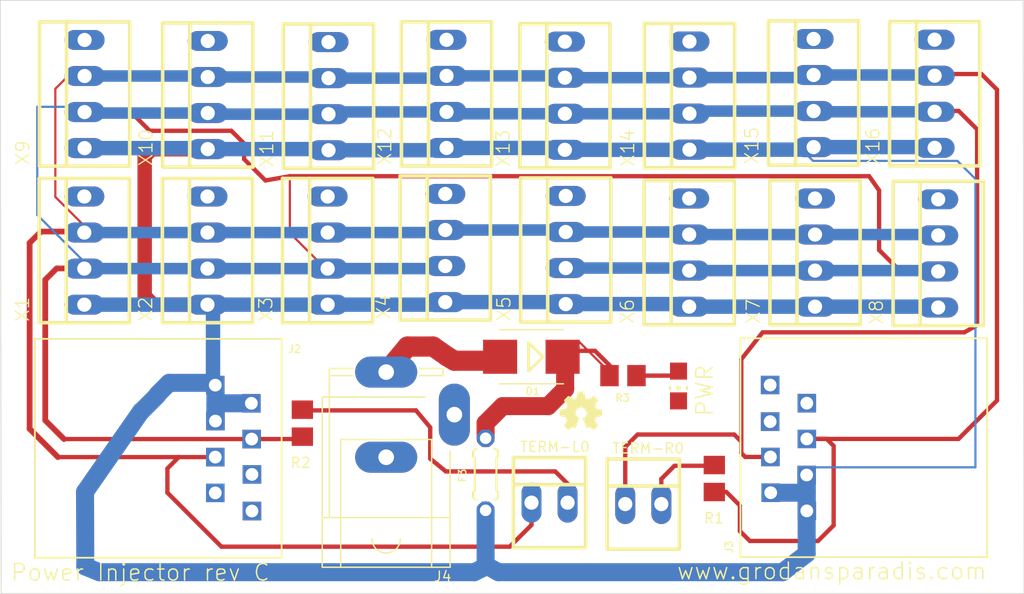
<source format=kicad_pcb>
(kicad_pcb (version 20241229) (generator "pcbnew") (generator_version "9.0")
  (layers (0 "F.Cu" signal) (2 "B.Cu" signal) (13 "F.Paste" user) (15 "B.Paste" user) (5 "F.SilkS" user "F.Silkscreen") (7 "B.SilkS" user "B.Silkscreen") (1 "F.Mask" user) (3 "B.Mask" user) (25 "Edge.Cuts" user))
  (net 0 "")
  (net 1 "+12V")
  (net 2 "GND")
  (net 3 "N$2")
  (net 4 "POWER")
  (net 5 "N$8")
  (net 6 "CANH")
  (net 7 "CANL")
  (net 8 "N$11")
  (net 9 "N$3")
  (footprint "power_injector_rev_c:R0805" (layer "F.Cu") (at 156.3011 110.5486 180)
    (property "Reference" "R3" (at -0.535 -1.27 0) (layer "F.SilkS") (effects (font (size 0.516128 0.516128) (thickness 0.093472)) (justify right top)))
    (property "Value" "4k7" (hide yes))
    (pad "1" smd rect (at -0.95 0 180) (size 1.3 1.5) (layers "F.Cu" "F.Mask" "F.Paste") (net 3 "N$2"))
    (pad "2" smd rect (at 0.95 0 180) (size 1.3 1.5) (layers "F.Cu" "F.Mask" "F.Paste") (net 1 "+12V"))
  )
  (footprint "power_injector_rev_c:OSHW_FILLX100_NOTEXT" (layer "F.Cu") (at 151.9311 114.2986)
    (property "Reference" "U$1" (hide yes))
    (property "Value" "" (hide yes))
  )
  (footprint "power_injector_rev_c:22-23-2021" (layer "F.Cu") (at 151.1311 119.4986)
    (property "Reference" "TERM-L0" (at -2.14 -3.51 0) (layer "F.SilkS") (effects (font (size 0.72136 0.72136) (thickness 0.09144)) (justify left bottom)))
    (property "Value" "22-23-2021" (hide yes))
    (pad "1" thru_hole oval (at -1.27 0 90) (size 2.8128 1.4064) (drill 1) (layers "*.Cu" "*.Mask") (net 7 "CANL"))
    (pad "2" thru_hole oval (at 1.27 0 90) (size 2.8128 1.4064) (drill 1) (layers "*.Cu" "*.Mask") (net 8 "N$11"))
  )
  (footprint "power_injector_rev_c:22-23-2041" (layer "F.Cu") (at 178.2411 90.6886 90)
    (property "Reference" "X16" (at -5.08 -3.81 90) (layer "F.SilkS") (effects (font (size 0.92456 0.92456) (thickness 0.09144)) (justify left bottom)))
    (property "Value" "22-23-2041" (hide yes))
    (pad "1" thru_hole oval (at -3.81 0 180) (size 2.8128 1.4064) (drill 1) (layers "*.Cu" "*.Mask") (net 4 "POWER"))
    (pad "2" thru_hole oval (at -1.27 0 180) (size 2.8128 1.4064) (drill 1) (layers "*.Cu" "*.Mask") (net 6 "CANH"))
    (pad "3" thru_hole oval (at 1.27 0 180) (size 2.8128 1.4064) (drill 1) (layers "*.Cu" "*.Mask") (net 7 "CANL"))
    (pad "4" thru_hole oval (at 3.81 0 180) (size 2.8128 1.4064) (drill 1) (layers "*.Cu" "*.Mask") (net 2 "GND"))
  )
  (footprint "power_injector_rev_c:22-23-2041" (layer "F.Cu") (at 178.4911 101.9386 90)
    (property "Reference" "X8" (at -5.08 -3.81 90) (layer "F.SilkS") (effects (font (size 0.92456 0.92456) (thickness 0.09144)) (justify left bottom)))
    (property "Value" "22-23-2041" (hide yes))
    (pad "1" thru_hole oval (at -3.81 0 180) (size 2.8128 1.4064) (drill 1) (layers "*.Cu" "*.Mask") (net 4 "POWER"))
    (pad "2" thru_hole oval (at -1.27 0 180) (size 2.8128 1.4064) (drill 1) (layers "*.Cu" "*.Mask") (net 6 "CANH"))
    (pad "3" thru_hole oval (at 1.27 0 180) (size 2.8128 1.4064) (drill 1) (layers "*.Cu" "*.Mask") (net 7 "CANL"))
    (pad "4" thru_hole oval (at 3.81 0 180) (size 2.8128 1.4064) (drill 1) (layers "*.Cu" "*.Mask") (net 2 "GND"))
  )
  (footprint "power_injector_rev_c:22-23-2041" (layer "F.Cu") (at 169.7211 90.6386 90)
    (property "Reference" "X15" (at -5.08 -3.81 90) (layer "F.SilkS") (effects (font (size 0.92456 0.92456) (thickness 0.09144)) (justify left bottom)))
    (property "Value" "22-23-2041" (hide yes))
    (pad "1" thru_hole oval (at -3.81 0 180) (size 2.8128 1.4064) (drill 1) (layers "*.Cu" "*.Mask") (net 4 "POWER"))
    (pad "2" thru_hole oval (at -1.27 0 180) (size 2.8128 1.4064) (drill 1) (layers "*.Cu" "*.Mask") (net 6 "CANH"))
    (pad "3" thru_hole oval (at 1.27 0 180) (size 2.8128 1.4064) (drill 1) (layers "*.Cu" "*.Mask") (net 7 "CANL"))
    (pad "4" thru_hole oval (at 3.81 0 180) (size 2.8128 1.4064) (drill 1) (layers "*.Cu" "*.Mask") (net 2 "GND"))
  )
  (footprint "power_injector_rev_c:R0805" (layer "F.Cu") (at 162.7311 117.7986 90)
    (property "Reference" "R1" (at -2.37 0.735 0) (layer "F.SilkS") (effects (font (size 0.719328 0.719328) (thickness 0.093472)) (justify right top)))
    (property "Value" "120" (hide yes))
    (pad "1" smd rect (at -0.95 0 90) (size 1.3 1.5) (layers "F.Cu" "F.Mask" "F.Paste") (net 7 "CANL"))
    (pad "2" smd rect (at 0.95 0 90) (size 1.3 1.5) (layers "F.Cu" "F.Mask" "F.Paste") (net 9 "N$3"))
  )
  (footprint "power_injector_rev_c:R0805" (layer "F.Cu") (at 133.7311 113.8986 90)
    (property "Reference" "R2" (at -2.37 0.635 0) (layer "F.SilkS") (effects (font (size 0.719328 0.719328) (thickness 0.093472)) (justify right top)))
    (property "Value" "120" (hide yes))
    (pad "1" smd rect (at -0.95 0 90) (size 1.3 1.5) (layers "F.Cu" "F.Mask" "F.Paste") (net 6 "CANH"))
    (pad "2" smd rect (at 0.95 0 90) (size 1.3 1.5) (layers "F.Cu" "F.Mask" "F.Paste") (net 8 "N$11"))
  )
  (footprint "power_injector_rev_c:22-23-2041" (layer "F.Cu") (at 127.0511 101.7386 90)
    (property "Reference" "X2" (at -5.08 -3.81 90) (layer "F.SilkS") (effects (font (size 0.92456 0.92456) (thickness 0.09144)) (justify left bottom)))
    (property "Value" "22-23-2041" (hide yes))
    (pad "1" thru_hole oval (at -3.81 0 180) (size 2.8128 1.4064) (drill 1) (layers "*.Cu" "*.Mask") (net 4 "POWER"))
    (pad "2" thru_hole oval (at -1.27 0 180) (size 2.8128 1.4064) (drill 1) (layers "*.Cu" "*.Mask") (net 6 "CANH"))
    (pad "3" thru_hole oval (at 1.27 0 180) (size 2.8128 1.4064) (drill 1) (layers "*.Cu" "*.Mask") (net 7 "CANL"))
    (pad "4" thru_hole oval (at 3.81 0 180) (size 2.8128 1.4064) (drill 1) (layers "*.Cu" "*.Mask") (net 2 "GND"))
  )
  (footprint "power_injector_rev_c:22-23-2041" (layer "F.Cu") (at 152.2111 90.8286 90)
    (property "Reference" "X13" (at -5.08 -3.81 90) (layer "F.SilkS") (effects (font (size 0.92456 0.92456) (thickness 0.09144)) (justify left bottom)))
    (property "Value" "22-23-2041" (hide yes))
    (pad "1" thru_hole oval (at -3.81 0 180) (size 2.8128 1.4064) (drill 1) (layers "*.Cu" "*.Mask") (net 4 "POWER"))
    (pad "2" thru_hole oval (at -1.27 0 180) (size 2.8128 1.4064) (drill 1) (layers "*.Cu" "*.Mask") (net 6 "CANH"))
    (pad "3" thru_hole oval (at 1.27 0 180) (size 2.8128 1.4064) (drill 1) (layers "*.Cu" "*.Mask") (net 7 "CANL"))
    (pad "4" thru_hole oval (at 3.81 0 180) (size 2.8128 1.4064) (drill 1) (layers "*.Cu" "*.Mask") (net 2 "GND"))
  )
  (footprint "power_injector_rev_c:CHIP-LED0805" (layer "F.Cu") (at 160.2111 111.2786 180)
    (property "Reference" "LED1" (hide yes))
    (property "Value" "")
    (pad "A" smd rect (at 0 1.05 180) (size 1.2 1.2) (layers "F.Cu" "F.Mask" "F.Paste") (net 3 "N$2"))
    (pad "C" smd rect (at 0 -1.05 180) (size 1.2 1.2) (layers "F.Cu" "F.Mask" "F.Paste") (net 2 "GND"))
  )
  (footprint "power_injector_rev_c:22-23-2041" (layer "F.Cu") (at 143.7911 101.5586 90)
    (property "Reference" "X4" (at -5.08 -3.81 90) (layer "F.SilkS") (effects (font (size 0.92456 0.92456) (thickness 0.09144)) (justify left bottom)))
    (property "Value" "22-23-2041" (hide yes))
    (pad "1" thru_hole oval (at -3.81 0 180) (size 2.8128 1.4064) (drill 1) (layers "*.Cu" "*.Mask") (net 4 "POWER"))
    (pad "2" thru_hole oval (at -1.27 0 180) (size 2.8128 1.4064) (drill 1) (layers "*.Cu" "*.Mask") (net 6 "CANH"))
    (pad "3" thru_hole oval (at 1.27 0 180) (size 2.8128 1.4064) (drill 1) (layers "*.Cu" "*.Mask") (net 7 "CANL"))
    (pad "4" thru_hole oval (at 3.81 0 180) (size 2.8128 1.4064) (drill 1) (layers "*.Cu" "*.Mask") (net 2 "GND"))
  )
  (footprint "power_injector_rev_c:22-23-2041" (layer "F.Cu") (at 118.3811 101.7386 90)
    (property "Reference" "X1" (at -5.08 -3.81 90) (layer "F.SilkS") (effects (font (size 0.92456 0.92456) (thickness 0.09144)) (justify left bottom)))
    (property "Value" "22-23-2041" (hide yes))
    (pad "1" thru_hole oval (at -3.81 0 180) (size 2.8128 1.4064) (drill 1) (layers "*.Cu" "*.Mask") (net 4 "POWER"))
    (pad "2" thru_hole oval (at -1.27 0 180) (size 2.8128 1.4064) (drill 1) (layers "*.Cu" "*.Mask") (net 6 "CANH"))
    (pad "3" thru_hole oval (at 1.27 0 180) (size 2.8128 1.4064) (drill 1) (layers "*.Cu" "*.Mask") (net 7 "CANL"))
    (pad "4" thru_hole oval (at 3.81 0 180) (size 2.8128 1.4064) (drill 1) (layers "*.Cu" "*.Mask") (net 2 "GND"))
  )
  (footprint "power_injector_rev_c:SPC4077" (layer "F.Cu") (at 139.6311 113.2986 90)
    (property "Reference" "J4" (at -10.98 4.66 0) (layer "F.SilkS") (effects (font (size 0.719328 0.719328) (thickness 0.093472)) (justify right top)))
    (property "Value" "")
    (pad "1" thru_hole oval (at -3 0 180) (size 4.3688 2.1844) (drill 1.1) (layers "*.Cu" "*.Mask") (net 2 "GND"))
    (pad "2" thru_hole oval (at 0 4.8 90) (size 4.3688 2.1844) (drill 1.1) (layers "*.Cu" "*.Mask") (net 2 "GND"))
    (pad "3" thru_hole oval (at 3 0 180) (size 4.3688 2.1844) (drill 1.1) (layers "*.Cu" "*.Mask") (net 5 "N$8"))
  )
  (footprint "power_injector_rev_c:RJ-45" (layer "F.Cu") (at 175.5911 115.6286 90)
    (property "Reference" "J3" (at -6.49 -12.12 90) (layer "F.SilkS") (effects (font (size 0.516128 0.516128) (thickness 0.093472)) (justify right top)))
    (property "Value" "A00-108-220-450" (hide yes))
    (pad "" np_thru_hole circle (at -5.7 0 90) (size 3.3 3.3) (drill 3.3) (layers "*.Cu" "*.Mask"))
    (pad "" np_thru_hole circle (at 5.7 0 90) (size 3.3 3.3) (drill 3.3) (layers "*.Cu" "*.Mask"))
    (pad "1" thru_hole rect (at -4.45 -6.35 90) (size 1.3064 1.3064) (drill 0.9) (layers "*.Cu" "*.Mask") (net 4 "POWER"))
    (pad "2" thru_hole rect (at -3.17 -8.89 90) (size 1.3064 1.3064) (drill 0.9) (layers "*.Cu" "*.Mask") (net 4 "POWER"))
    (pad "3" thru_hole rect (at -1.92 -6.36 90) (size 1.3064 1.3064) (drill 0.9) (layers "*.Cu" "*.Mask") (net 4 "POWER"))
    (pad "4" thru_hole rect (at -0.65 -8.91 90) (size 1.3064 1.3064) (drill 0.9) (layers "*.Cu" "*.Mask") (net 6 "CANH"))
    (pad "5" thru_hole rect (at 0.62 -6.35 90) (size 1.3064 1.3064) (drill 0.9) (layers "*.Cu" "*.Mask") (net 7 "CANL"))
    (pad "6" thru_hole rect (at 1.84 -8.93 90) (size 1.3064 1.3064) (drill 0.9) (layers "*.Cu" "*.Mask") (net 2 "GND"))
    (pad "7" thru_hole rect (at 3.14 -6.35 90) (size 1.3064 1.3064) (drill 0.9) (layers "*.Cu" "*.Mask") (net 2 "GND"))
    (pad "8" thru_hole rect (at 4.42 -8.93 90) (size 1.3064 1.3064) (drill 0.9) (layers "*.Cu" "*.Mask") (net 2 "GND"))
  )
  (footprint "power_injector_rev_c:22-23-2041" (layer "F.Cu") (at 135.5111 101.7386 90)
    (property "Reference" "X3" (at -5.08 -3.81 90) (layer "F.SilkS") (effects (font (size 0.92456 0.92456) (thickness 0.09144)) (justify left bottom)))
    (property "Value" "22-23-2041" (hide yes))
    (pad "1" thru_hole oval (at -3.81 0 180) (size 2.8128 1.4064) (drill 1) (layers "*.Cu" "*.Mask") (net 4 "POWER"))
    (pad "2" thru_hole oval (at -1.27 0 180) (size 2.8128 1.4064) (drill 1) (layers "*.Cu" "*.Mask") (net 6 "CANH"))
    (pad "3" thru_hole oval (at 1.27 0 180) (size 2.8128 1.4064) (drill 1) (layers "*.Cu" "*.Mask") (net 7 "CANL"))
    (pad "4" thru_hole oval (at 3.81 0 180) (size 2.8128 1.4064) (drill 1) (layers "*.Cu" "*.Mask") (net 2 "GND"))
  )
  (footprint "power_injector_rev_c:0204_5" (layer "F.Cu") (at 146.6311 117.4986 -90)
    (property "Reference" "F3" (at -0.4366 1.9316 90) (layer "F.SilkS") (effects (font (size 0.520446 0.520446) (thickness 0.089154)) (justify right top)))
    (property "Value" "MF-R050" (hide yes))
    (pad "1" thru_hole roundrect (at -2.54 0 270) (size 1.2192 1.2192) (drill 0.8128) (layers "*.Cu" "*.Mask") (chamfer_ratio 0.2928932188) (chamfer top_left top_right bottom_left bottom_right) (net 1 "+12V"))
    (pad "2" thru_hole roundrect (at 2.54 0 270) (size 1.2192 1.2192) (drill 0.8128) (layers "*.Cu" "*.Mask") (chamfer_ratio 0.2928932188) (chamfer top_left top_right bottom_left bottom_right) (net 4 "POWER"))
  )
  (footprint "power_injector_rev_c:22-23-2041" (layer "F.Cu") (at 143.8811 90.6986 90)
    (property "Reference" "X12" (at -5.08 -3.81 90) (layer "F.SilkS") (effects (font (size 0.92456 0.92456) (thickness 0.09144)) (justify left bottom)))
    (property "Value" "22-23-2041" (hide yes))
    (pad "1" thru_hole oval (at -3.81 0 180) (size 2.8128 1.4064) (drill 1) (layers "*.Cu" "*.Mask") (net 4 "POWER"))
    (pad "2" thru_hole oval (at -1.27 0 180) (size 2.8128 1.4064) (drill 1) (layers "*.Cu" "*.Mask") (net 6 "CANH"))
    (pad "3" thru_hole oval (at 1.27 0 180) (size 2.8128 1.4064) (drill 1) (layers "*.Cu" "*.Mask") (net 7 "CANL"))
    (pad "4" thru_hole oval (at 3.81 0 180) (size 2.8128 1.4064) (drill 1) (layers "*.Cu" "*.Mask") (net 2 "GND"))
  )
  (footprint "power_injector_rev_c:22-23-2041" (layer "F.Cu") (at 118.4011 90.7086 90)
    (property "Reference" "X9" (at -5.08 -3.81 90) (layer "F.SilkS") (effects (font (size 0.92456 0.92456) (thickness 0.09144)) (justify left bottom)))
    (property "Value" "22-23-2041" (hide yes))
    (pad "1" thru_hole oval (at -3.81 0 180) (size 2.8128 1.4064) (drill 1) (layers "*.Cu" "*.Mask") (net 4 "POWER"))
    (pad "2" thru_hole oval (at -1.27 0 180) (size 2.8128 1.4064) (drill 1) (layers "*.Cu" "*.Mask") (net 6 "CANH"))
    (pad "3" thru_hole oval (at 1.27 0 180) (size 2.8128 1.4064) (drill 1) (layers "*.Cu" "*.Mask") (net 7 "CANL"))
    (pad "4" thru_hole oval (at 3.81 0 180) (size 2.8128 1.4064) (drill 1) (layers "*.Cu" "*.Mask") (net 2 "GND"))
  )
  (footprint "power_injector_rev_c:22-23-2041" (layer "F.Cu") (at 160.9611 101.8786 90)
    (property "Reference" "X6" (at -5.08 -3.81 90) (layer "F.SilkS") (effects (font (size 0.92456 0.92456) (thickness 0.09144)) (justify left bottom)))
    (property "Value" "22-23-2041" (hide yes))
    (pad "1" thru_hole oval (at -3.81 0 180) (size 2.8128 1.4064) (drill 1) (layers "*.Cu" "*.Mask") (net 4 "POWER"))
    (pad "2" thru_hole oval (at -1.27 0 180) (size 2.8128 1.4064) (drill 1) (layers "*.Cu" "*.Mask") (net 6 "CANH"))
    (pad "3" thru_hole oval (at 1.27 0 180) (size 2.8128 1.4064) (drill 1) (layers "*.Cu" "*.Mask") (net 7 "CANL"))
    (pad "4" thru_hole oval (at 3.81 0 180) (size 2.8128 1.4064) (drill 1) (layers "*.Cu" "*.Mask") (net 2 "GND"))
  )
  (footprint "power_injector_rev_c:22-23-2041" (layer "F.Cu") (at 169.8211 101.8786 90)
    (property "Reference" "X7" (at -5.08 -3.81 90) (layer "F.SilkS") (effects (font (size 0.92456 0.92456) (thickness 0.09144)) (justify left bottom)))
    (property "Value" "22-23-2041" (hide yes))
    (pad "1" thru_hole oval (at -3.81 0 180) (size 2.8128 1.4064) (drill 1) (layers "*.Cu" "*.Mask") (net 4 "POWER"))
    (pad "2" thru_hole oval (at -1.27 0 180) (size 2.8128 1.4064) (drill 1) (layers "*.Cu" "*.Mask") (net 6 "CANH"))
    (pad "3" thru_hole oval (at 1.27 0 180) (size 2.8128 1.4064) (drill 1) (layers "*.Cu" "*.Mask") (net 7 "CANL"))
    (pad "4" thru_hole oval (at 3.81 0 180) (size 2.8128 1.4064) (drill 1) (layers "*.Cu" "*.Mask") (net 2 "GND"))
  )
  (footprint "power_injector_rev_c:22-23-2041" (layer "F.Cu") (at 135.5711 90.8586 90)
    (property "Reference" "X11" (at -5.08 -3.81 90) (layer "F.SilkS") (effects (font (size 0.92456 0.92456) (thickness 0.09144)) (justify left bottom)))
    (property "Value" "22-23-2041" (hide yes))
    (pad "1" thru_hole oval (at -3.81 0 180) (size 2.8128 1.4064) (drill 1) (layers "*.Cu" "*.Mask") (net 4 "POWER"))
    (pad "2" thru_hole oval (at -1.27 0 180) (size 2.8128 1.4064) (drill 1) (layers "*.Cu" "*.Mask") (net 6 "CANH"))
    (pad "3" thru_hole oval (at 1.27 0 180) (size 2.8128 1.4064) (drill 1) (layers "*.Cu" "*.Mask") (net 7 "CANL"))
    (pad "4" thru_hole oval (at 3.81 0 180) (size 2.8128 1.4064) (drill 1) (layers "*.Cu" "*.Mask") (net 2 "GND"))
  )
  (footprint "power_injector_rev_c:22-23-2041" (layer "F.Cu") (at 160.9811 90.8186 90)
    (property "Reference" "X14" (at -5.08 -3.81 90) (layer "F.SilkS") (effects (font (size 0.92456 0.92456) (thickness 0.09144)) (justify left bottom)))
    (property "Value" "22-23-2041" (hide yes))
    (pad "1" thru_hole oval (at -3.81 0 180) (size 2.8128 1.4064) (drill 1) (layers "*.Cu" "*.Mask") (net 4 "POWER"))
    (pad "2" thru_hole oval (at -1.27 0 180) (size 2.8128 1.4064) (drill 1) (layers "*.Cu" "*.Mask") (net 6 "CANH"))
    (pad "3" thru_hole oval (at 1.27 0 180) (size 2.8128 1.4064) (drill 1) (layers "*.Cu" "*.Mask") (net 7 "CANL"))
    (pad "4" thru_hole oval (at 3.81 0 180) (size 2.8128 1.4064) (drill 1) (layers "*.Cu" "*.Mask") (net 2 "GND"))
  )
  (footprint "power_injector_rev_c:SMB" (layer "F.Cu") (at 149.8511 109.2186 180)
    (property "Reference" "D1" (at -0.659 -2.129 0) (layer "F.SilkS") (effects (font (size 0.516128 0.516128) (thickness 0.093472)) (justify right top)))
    (property "Value" "S1D" (hide yes))
    (pad "A" smd rect (at 2.2 0 180) (size 2.4 2.4) (layers "F.Cu" "F.Mask" "F.Paste") (net 5 "N$8"))
    (pad "C" smd rect (at -2.2 0 180) (size 2.4 2.4) (layers "F.Cu" "F.Mask" "F.Paste") (net 1 "+12V"))
  )
  (footprint "power_injector_rev_c:RJ-45" (layer "F.Cu") (at 121.2511 115.6686 -90)
    (property "Reference" "J2" (at -6.69 -11.43 0) (layer "F.SilkS") (effects (font (size 0.516128 0.516128) (thickness 0.093472)) (justify left bottom)))
    (property "Value" "A00-108-220-450" (hide yes))
    (pad "" np_thru_hole circle (at -5.7 0 270) (size 3.3 3.3) (drill 3.3) (layers "*.Cu" "*.Mask"))
    (pad "" np_thru_hole circle (at 5.7 0 270) (size 3.3 3.3) (drill 3.3) (layers "*.Cu" "*.Mask"))
    (pad "1" thru_hole rect (at -4.45 -6.35 270) (size 1.3064 1.3064) (drill 0.9) (layers "*.Cu" "*.Mask") (net 4 "POWER"))
    (pad "2" thru_hole rect (at -3.17 -8.89 270) (size 1.3064 1.3064) (drill 0.9) (layers "*.Cu" "*.Mask") (net 4 "POWER"))
    (pad "3" thru_hole rect (at -1.92 -6.36 270) (size 1.3064 1.3064) (drill 0.9) (layers "*.Cu" "*.Mask") (net 4 "POWER"))
    (pad "4" thru_hole rect (at -0.65 -8.91 270) (size 1.3064 1.3064) (drill 0.9) (layers "*.Cu" "*.Mask") (net 6 "CANH"))
    (pad "5" thru_hole rect (at 0.62 -6.35 270) (size 1.3064 1.3064) (drill 0.9) (layers "*.Cu" "*.Mask") (net 7 "CANL"))
    (pad "6" thru_hole rect (at 1.84 -8.93 270) (size 1.3064 1.3064) (drill 0.9) (layers "*.Cu" "*.Mask") (net 2 "GND"))
    (pad "7" thru_hole rect (at 3.14 -6.35 270) (size 1.3064 1.3064) (drill 0.9) (layers "*.Cu" "*.Mask") (net 2 "GND"))
    (pad "8" thru_hole rect (at 4.42 -8.93 270) (size 1.3064 1.3064) (drill 0.9) (layers "*.Cu" "*.Mask") (net 2 "GND"))
  )
  (footprint "power_injector_rev_c:22-23-2021" (layer "F.Cu") (at 157.7311 119.5986)
    (property "Reference" "TERM-R0" (at -2.24 -3.51 0) (layer "F.SilkS") (effects (font (size 0.72136 0.72136) (thickness 0.09144)) (justify left bottom)))
    (property "Value" "22-23-2021" (hide yes))
    (pad "1" thru_hole oval (at -1.27 0 90) (size 2.8128 1.4064) (drill 1) (layers "*.Cu" "*.Mask") (net 6 "CANH"))
    (pad "2" thru_hole oval (at 1.27 0 90) (size 2.8128 1.4064) (drill 1) (layers "*.Cu" "*.Mask") (net 9 "N$3"))
  )
  (footprint "power_injector_rev_c:22-23-2041" (layer "F.Cu") (at 127.0711 90.7786 90)
    (property "Reference" "X10" (at -5.08 -3.81 90) (layer "F.SilkS") (effects (font (size 0.92456 0.92456) (thickness 0.09144)) (justify left bottom)))
    (property "Value" "22-23-2041" (hide yes))
    (pad "1" thru_hole oval (at -3.81 0 180) (size 2.8128 1.4064) (drill 1) (layers "*.Cu" "*.Mask") (net 4 "POWER"))
    (pad "2" thru_hole oval (at -1.27 0 180) (size 2.8128 1.4064) (drill 1) (layers "*.Cu" "*.Mask") (net 6 "CANH"))
    (pad "3" thru_hole oval (at 1.27 0 180) (size 2.8128 1.4064) (drill 1) (layers "*.Cu" "*.Mask") (net 7 "CANL"))
    (pad "4" thru_hole oval (at 3.81 0 180) (size 2.8128 1.4064) (drill 1) (layers "*.Cu" "*.Mask") (net 2 "GND"))
  )
  (footprint "power_injector_rev_c:22-23-2041" (layer "F.Cu") (at 152.2711 101.6986 90)
    (property "Reference" "X5" (at -5.08 -3.81 90) (layer "F.SilkS") (effects (font (size 0.92456 0.92456) (thickness 0.09144)) (justify left bottom)))
    (property "Value" "22-23-2041" (hide yes))
    (pad "1" thru_hole oval (at -3.81 0 180) (size 2.8128 1.4064) (drill 1) (layers "*.Cu" "*.Mask") (net 4 "POWER"))
    (pad "2" thru_hole oval (at -1.27 0 180) (size 2.8128 1.4064) (drill 1) (layers "*.Cu" "*.Mask") (net 6 "CANH"))
    (pad "3" thru_hole oval (at 1.27 0 180) (size 2.8128 1.4064) (drill 1) (layers "*.Cu" "*.Mask") (net 7 "CANL"))
    (pad "4" thru_hole oval (at 3.81 0 180) (size 2.8128 1.4064) (drill 1) (layers "*.Cu" "*.Mask") (net 2 "GND"))
  )
  (gr_line (start 112.5311 125.8986) (end 112.4711 84.1086) (stroke (width 0.05)) (layer "Edge.Cuts"))
  (gr_line (start 184.4711 84.1086) (end 184.5311 125.8986) (stroke (width 0.05)) (layer "Edge.Cuts"))
  (gr_line (start 184.5311 125.8986) (end 112.5311 125.8986) (stroke (width 0.05)) (layer "Edge.Cuts"))
  (gr_line (start 112.4711 84.1086) (end 184.4711 84.1086) (stroke (width 0.05)) (layer "Edge.Cuts"))
  (gr_text "www.grodansparadis.com" (at 160.0311 124.9986 0) (layer "F.SilkS") (effects (font (size 1.1684 1.1684) (thickness 0.1016)) (justify left bottom)))
  (gr_text "PWR" (at 162.7311 113.4986 90) (layer "F.SilkS") (effects (font (size 1.1684 1.1684) (thickness 0.1016)) (justify left bottom)))
  (gr_text "Power Injector rev C" (at 113.1311 125.0986 0) (layer "F.SilkS") (effects (font (size 1.1684 1.1684) (thickness 0.1016)) (justify left bottom)))
  (segment (start 152.2311 111.4986) (end 152.2311 109.3986) (width 1.27) (layer "F.Cu") (net 1))
  (segment (start 155.3511 109.8186) (end 154.3311 108.7986) (width 0.3048) (layer "F.Cu") (net 1))
  (segment (start 153.1711 108.1186) (end 155.7111 110.6586) (width 0.1524) (layer "F.Cu") (net 1))
  (segment (start 153.1711 108.1186) (end 152.0511 109.2186) (width 0.1524) (layer "F.Cu") (net 1))
  (segment (start 147.8311 112.6986) (end 151.0311 112.6986) (width 1.27) (layer "F.Cu") (net 1))
  (segment (start 146.6311 113.8986) (end 147.8311 112.6986) (width 1.27) (layer "F.Cu") (net 1))
  (segment (start 154.3311 108.7986) (end 152.4711 108.7986) (width 0.3048) (layer "F.Cu") (net 1))
  (segment (start 151.0311 112.6986) (end 152.2311 111.4986) (width 1.27) (layer "F.Cu") (net 1))
  (segment (start 146.6311 114.9586) (end 146.6311 113.8986) (width 1.27) (layer "F.Cu") (net 1))
  (segment (start 155.7111 110.6586) (end 155.3511 110.5486) (width 0.1524) (layer "F.Cu") (net 1))
  (segment (start 152.2311 109.3986) (end 152.0511 109.2186) (width 1.27) (layer "F.Cu") (net 1))
  (segment (start 155.3511 110.5486) (end 155.3511 109.8186) (width 0.3048) (layer "F.Cu") (net 1))
  (segment (start 157.2511 110.5486) (end 159.8911 110.5486) (width 0.3048) (layer "F.Cu") (net 3))
  (segment (start 159.8911 110.5486) (end 160.2111 110.2286) (width 0.3048) (layer "F.Cu") (net 3))
  (segment (start 122.6311 104.9486) (end 123.2311 105.5486) (width 1.016) (layer "F.Cu") (net 4))
  (segment (start 123.1311 94.5986) (end 127.0611 94.5986) (width 1.016) (layer "F.Cu") (net 4))
  (segment (start 127.0611 94.5986) (end 127.0711 94.5886) (width 1.016) (layer "F.Cu") (net 4))
  (segment (start 122.6311 95.0986) (end 123.1311 94.5986) (width 1.016) (layer "F.Cu") (net 4))
  (segment (start 122.6311 95.0986) (end 122.6311 104.9486) (width 1.016) (layer "F.Cu") (net 4))
  (segment (start 123.2311 105.5486) (end 127.0511 105.5486) (width 1.016) (layer "F.Cu") (net 4))
  (segment (start 127.0711 94.5886) (end 127.9311 94.5886) (width 1.016) (layer "B.Cu") (net 4))
  (segment (start 169.2311 123.0986) (end 169.2311 120.0886) (width 1.27) (layer "B.Cu") (net 4))
  (segment (start 135.5111 105.5486) (end 143.6111 105.5486) (width 1.016) (layer "B.Cu") (net 4))
  (segment (start 169.5411 94.6286) (end 169.7211 94.4486) (width 1.016) (layer "B.Cu") (net 4))
  (segment (start 127.8611 94.5186) (end 127.9311 94.5886) (width 1.016) (layer "B.Cu") (net 4))
  (segment (start 123.5311 111.8786) (end 124.3511 111.0586) (width 1.27) (layer "B.Cu") (net 4))
  (segment (start 169.6811 117.0086) (end 169.2311 117.5486) (width 0.1524) (layer "B.Cu") (net 4))
  (segment (start 152.1311 105.3686) (end 152.2711 105.5086) (width 1.016) (layer "B.Cu") (net 4))
  (segment (start 122.383765 113.052307) (end 122.407393 113.052307) (width 0.8128) (layer "B.Cu") (net 4))
  (segment (start 169.2311 118.7986) (end 169.2311 117.5486) (width 0.8128) (layer "B.Cu") (net 4))
  (segment (start 118.4311 118.7386) (end 122.383765 113.052307) (width 1.27) (layer "B.Cu") (net 4))
  (segment (start 152.0811 94.5086) (end 152.2111 94.6386) (width 1.016) (layer "B.Cu") (net 4))
  (segment (start 169.2411 117.5486) (end 169.2411 120.0786) (width 1.27) (layer "B.Cu") (net 4))
  (segment (start 152.2711 105.5086) (end 160.7811 105.5086) (width 1.016) (layer "B.Cu") (net 4))
  (segment (start 143.8811 94.5086) (end 152.0811 94.5086) (width 1.016) (layer "B.Cu") (net 4))
  (segment (start 168.4111 94.1486) (end 169.7211 94.4486) (width 0.1524) (layer "B.Cu") (net 4))
  (segment (start 118.4511 123.9986) (end 118.4311 118.7386) (width 1.27) (layer "B.Cu") (net 4))
  (segment (start 123.5311 111.9286) (end 123.5311 111.8786) (width 0.8128) (layer "B.Cu") (net 4))
  (segment (start 181.1111 117.0086) (end 181.1111 96.6886) (width 0.1524) (layer "B.Cu") (net 4))
  (segment (start 127.0511 105.5486) (end 135.5111 105.5486) (width 1.016) (layer "B.Cu") (net 4))
  (segment (start 169.6811 117.0086) (end 181.1111 117.0086) (width 0.1524) (layer "B.Cu") (net 4))
  (segment (start 135.4911 94.5886) (end 135.5711 94.6686) (width 1.016) (layer "B.Cu") (net 4))
  (segment (start 130.1411 112.4986) (end 127.6111 112.4986) (width 1.27) (layer "B.Cu") (net 4))
  (segment (start 146.6311 123.8986) (end 147.5311 124.3986) (width 1.27) (layer "B.Cu") (net 4))
  (segment (start 143.6111 105.5486) (end 143.7911 105.3686) (width 1.016) (layer "B.Cu") (net 4))
  (segment (start 127.6111 112.4986) (end 127.6111 113.7486) (width 1.27) (layer "B.Cu") (net 4))
  (segment (start 169.8211 105.6886) (end 178.4311 105.6886) (width 1.016) (layer "B.Cu") (net 4))
  (segment (start 166.7011 118.7986) (end 169.2311 118.7986) (width 1.27) (layer "B.Cu") (net 4))
  (segment (start 127.7711 110.6586) (end 127.4411 111.0586) (width 0.1524) (layer "B.Cu") (net 4))
  (segment (start 160.9711 94.6386) (end 160.9811 94.6286) (width 1.016) (layer "B.Cu") (net 4))
  (segment (start 127.9311 94.5886) (end 135.4911 94.5886) (width 1.016) (layer "B.Cu") (net 4))
  (segment (start 179.8411 95.4186) (end 169.6811 95.4186) (width 0.1524) (layer "B.Cu") (net 4))
  (segment (start 169.6811 95.4186) (end 168.4111 94.1486) (width 0.1524) (layer "B.Cu") (net 4))
  (segment (start 143.7911 105.3686) (end 152.1311 105.3686) (width 1.016) (layer "B.Cu") (net 4))
  (segment (start 135.5711 94.6686) (end 143.7211 94.6686) (width 1.016) (layer "B.Cu") (net 4))
  (segment (start 118.3811 105.5486) (end 127.0511 105.5486) (width 1.016) (layer "B.Cu") (net 4))
  (segment (start 178.1911 94.4486) (end 178.2411 94.4986) (width 1.016) (layer "B.Cu") (net 4))
  (segment (start 147.5311 124.3986) (end 167.5311 124.3986) (width 1.27) (layer "B.Cu") (net 4))
  (segment (start 169.2311 120.0886) (end 169.2411 120.0786) (width 0.8128) (layer "B.Cu") (net 4))
  (segment (start 127.6011 111.2186) (end 127.6111 111.2186) (width 1.27) (layer "B.Cu") (net 4))
  (segment (start 143.7211 94.6686) (end 143.8811 94.5086) (width 1.016) (layer "B.Cu") (net 4))
  (segment (start 127.6111 111.2186) (end 127.6111 113.7486) (width 1.27) (layer "B.Cu") (net 4))
  (segment (start 124.3511 111.0586) (end 127.4411 111.0586) (width 1.27) (layer "B.Cu") (net 4))
  (segment (start 145.8311 124.3986) (end 146.6311 123.9986) (width 1.27) (layer "B.Cu") (net 4))
  (segment (start 178.4311 105.6886) (end 178.4911 105.7486) (width 1.016) (layer "B.Cu") (net 4))
  (segment (start 127.7711 110.6586) (end 127.6011 111.2186) (width 0.1524) (layer "B.Cu") (net 4))
  (segment (start 122.407393 113.052307) (end 123.5311 111.9286) (width 1.27) (layer "B.Cu") (net 4))
  (segment (start 169.2311 117.5486) (end 169.2411 117.5486) (width 0.8128) (layer "B.Cu") (net 4))
  (segment (start 160.9611 105.6886) (end 169.8211 105.6886) (width 1.016) (layer "B.Cu") (net 4))
  (segment (start 118.4011 94.5186) (end 127.8611 94.5186) (width 1.016) (layer "B.Cu") (net 4))
  (segment (start 160.9811 94.6286) (end 169.5411 94.6286) (width 1.016) (layer "B.Cu") (net 4))
  (segment (start 127.4411 105.9386) (end 127.0511 105.5486) (width 1.016) (layer "B.Cu") (net 4))
  (segment (start 181.1111 96.6886) (end 179.8411 95.4186) (width 0.1524) (layer "B.Cu") (net 4))
  (segment (start 127.4411 111.0586) (end 127.4411 105.9386) (width 1.016) (layer "B.Cu") (net 4))
  (segment (start 119.4311 124.3986) (end 118.4511 123.9986) (width 1.27) (layer "B.Cu") (net 4))
  (segment (start 146.6311 120.0386) (end 146.6311 123.8986) (width 1.27) (layer "B.Cu") (net 4))
  (segment (start 160.7811 105.5086) (end 160.9611 105.6886) (width 1.016) (layer "B.Cu") (net 4))
  (segment (start 167.5311 124.3986) (end 169.2311 123.0986) (width 1.27) (layer "B.Cu") (net 4))
  (segment (start 169.7211 94.4486) (end 178.1911 94.4486) (width 1.016) (layer "B.Cu") (net 4))
  (segment (start 152.2111 94.6386) (end 160.9711 94.6386) (width 1.016) (layer "B.Cu") (net 4))
  (segment (start 119.4311 124.3986) (end 145.8311 124.3986) (width 1.27) (layer "B.Cu") (net 4))
  (segment (start 127.0011 94.5186) (end 127.0711 94.5886) (width 1.016) (layer "B.Cu") (net 4))
  (segment (start 142.9311 108.4986) (end 143.9311 109.1986) (width 1.4224) (layer "F.Cu") (net 5))
  (segment (start 139.6311 110.2986) (end 141.1311 108.4986) (width 1.4224) (layer "F.Cu") (net 5))
  (segment (start 147.3711 109.4986) (end 147.6511 109.2186) (width 1.4224) (layer "F.Cu") (net 5))
  (segment (start 144.4311 109.4986) (end 147.3711 109.4986) (width 1.4224) (layer "F.Cu") (net 5))
  (segment (start 141.1311 108.4986) (end 142.9311 108.4986) (width 1.4224) (layer "F.Cu") (net 5))
  (segment (start 143.9311 109.1986) (end 144.4311 109.4986) (width 1.4224) (layer "F.Cu") (net 5))
  (segment (start 164.6311 115.9986) (end 164.6311 115.1986) (width 0.3048) (layer "F.Cu") (net 6))
  (segment (start 132.8511 100.4986) (end 135.3911 103.0386) (width 0.1524) (layer "F.Cu") (net 6))
  (segment (start 164.9111 116.2786) (end 166.6811 116.2786) (width 0.3048) (layer "F.Cu") (net 6))
  (segment (start 175.8411 103.2086) (end 174.3311 101.6986) (width 0.3048) (layer "F.Cu") (net 6))
  (segment (start 178.4911 103.2086) (end 175.8411 103.2086) (width 0.3048) (layer "F.Cu") (net 6))
  (segment (start 116.9511 115.0186) (end 115.6311 113.6986) (width 0.4064) (layer "F.Cu") (net 6))
  (segment (start 166.1311 107.4986) (end 180.3311 107.4986) (width 0.3048) (layer "F.Cu") (net 6))
  (segment (start 174.3311 97.4986) (end 173.6311 96.4986) (width 0.3048) (layer "F.Cu") (net 6))
  (segment (start 157.3311 114.6986) (end 164.1311 114.6986) (width 0.3048) (layer "F.Cu") (net 6))
  (segment (start 116.9511 115.0186) (end 130.1611 115.0186) (width 0.3048) (layer "F.Cu") (net 6))
  (segment (start 180.3311 107.4986) (end 181.2311 106.9986) (width 0.3048) (layer "F.Cu") (net 6))
  (segment (start 129.6311 95.2986) (end 129.6311 94.1986) (width 0.3048) (layer "F.Cu") (net 6))
  (segment (start 130.1611 115.0186) (end 133.5611 115.0186) (width 0.3048) (layer "F.Cu") (net 6))
  (segment (start 177.7911 91.8986) (end 177.7311 91.9586) (width 0.3048) (layer "F.Cu") (net 6))
  (segment (start 181.2311 93.1986) (end 179.9311 91.8986) (width 0.3048) (layer "F.Cu") (net 6))
  (segment (start 132.8511 96.4986) (end 131.1311 96.7986) (width 0.3048) (layer "F.Cu") (net 6))
  (segment (start 115.6311 113.6986) (end 115.6311 103.7986) (width 0.4064) (layer "F.Cu") (net 6))
  (segment (start 179.9311 91.8986) (end 177.7911 91.8986) (width 0.3048) (layer "F.Cu") (net 6))
  (segment (start 156.4611 119.5986) (end 156.4611 115.5686) (width 0.3048) (layer "F.Cu") (net 6))
  (segment (start 177.7311 91.9586) (end 178.2411 91.9586) (width 0.3048) (layer "F.Cu") (net 6))
  (segment (start 115.6311 103.7986) (end 116.4311 102.9986) (width 0.4064) (layer "F.Cu") (net 6))
  (segment (start 132.8511 96.4986) (end 132.8511 100.4986) (width 0.1524) (layer "F.Cu") (net 6))
  (segment (start 131.1311 96.7986) (end 129.6311 95.2986) (width 0.3048) (layer "F.Cu") (net 6))
  (segment (start 122.9811 93.2986) (end 121.7311 92.0486) (width 0.3048) (layer "F.Cu") (net 6))
  (segment (start 135.3911 103.0386) (end 135.5111 103.0086) (width 0.1524) (layer "F.Cu") (net 6))
  (segment (start 118.3711 102.9986) (end 118.3811 103.0086) (width 0.4064) (layer "F.Cu") (net 6))
  (segment (start 181.2311 106.9986) (end 181.2311 93.1986) (width 0.3048) (layer "F.Cu") (net 6))
  (segment (start 156.4611 115.5686) (end 157.3311 114.6986) (width 0.3048) (layer "F.Cu") (net 6))
  (segment (start 128.7311 93.2986) (end 122.9811 93.2986) (width 0.3048) (layer "F.Cu") (net 6))
  (segment (start 174.3311 101.6986) (end 174.3311 97.4986) (width 0.3048) (layer "F.Cu") (net 6))
  (segment (start 173.6311 96.4986) (end 132.8511 96.4986) (width 0.3048) (layer "F.Cu") (net 6))
  (segment (start 133.5611 115.0186) (end 133.7311 114.8486) (width 0.3048) (layer "F.Cu") (net 6))
  (segment (start 164.6311 115.1986) (end 164.6311 109.3986) (width 0.3048) (layer "F.Cu") (net 6))
  (segment (start 164.1311 114.6986) (end 164.6311 115.1986) (width 0.3048) (layer "F.Cu") (net 6))
  (segment (start 121.7311 92.0486) (end 118.4711 92.0486) (width 0.3048) (layer "F.Cu") (net 6))
  (segment (start 116.4311 102.9986) (end 118.3711 102.9986) (width 0.4064) (layer "F.Cu") (net 6))
  (segment (start 129.6311 94.1986) (end 128.7311 93.2986) (width 0.3048) (layer "F.Cu") (net 6))
  (segment (start 164.9111 116.2786) (end 164.6311 115.9986) (width 0.3048) (layer "F.Cu") (net 6))
  (segment (start 164.6311 109.3986) (end 166.1311 107.4986) (width 0.3048) (layer "F.Cu") (net 6))
  (segment (start 118.4011 92.0486) (end 118.4011 91.9786) (width 0.8128) (layer "B.Cu") (net 6))
  (segment (start 152.2711 102.9686) (end 160.9611 102.9686) (width 0.8128) (layer "B.Cu") (net 6))
  (segment (start 160.9611 103.1486) (end 169.8211 103.1486) (width 0.8128) (layer "B.Cu") (net 6))
  (segment (start 143.8811 91.9686) (end 135.5711 91.9686) (width 0.8128) (layer "B.Cu") (net 6))
  (segment (start 135.5711 91.9686) (end 135.5711 92.1286) (width 0.8128) (layer "B.Cu") (net 6))
  (segment (start 152.2111 92.0986) (end 143.8811 92.0986) (width 0.8128) (layer "B.Cu") (net 6))
  (segment (start 135.5111 103.0086) (end 143.7911 103.0086) (width 0.8128) (layer "B.Cu") (net 6))
  (segment (start 160.9711 92.0986) (end 160.9811 92.0886) (width 0.4064) (layer "B.Cu") (net 6))
  (segment (start 160.9611 102.9686) (end 160.9611 103.1486) (width 0.8128) (layer "B.Cu") (net 6))
  (segment (start 117.6111 91.6086) (end 118.4011 91.9786) (width 0.1524) (layer "B.Cu") (net 6))
  (segment (start 143.7911 103.0086) (end 143.7911 102.8286) (width 0.8128) (layer "B.Cu") (net 6))
  (segment (start 127.0511 103.0086) (end 135.5111 103.0086) (width 0.8128) (layer "B.Cu") (net 6))
  (segment (start 169.7211 91.9586) (end 169.7211 91.9086) (width 0.8128) (layer "B.Cu") (net 6))
  (segment (start 127.0711 92.0486) (end 118.4011 92.0486) (width 0.8128) (layer "B.Cu") (net 6))
  (segment (start 135.5711 92.1286) (end 127.0711 92.1286) (width 0.8128) (layer "B.Cu") (net 6))
  (segment (start 118.3811 103.0086) (end 127.0511 103.0086) (width 0.8128) (layer "B.Cu") (net 6))
  (segment (start 169.7211 91.9086) (end 160.9811 91.9086) (width 0.8128) (layer "B.Cu") (net 6))
  (segment (start 169.8211 103.1486) (end 178.4911 103.1486) (width 0.8128) (layer "B.Cu") (net 6))
  (segment (start 152.2111 92.0986) (end 160.9711 92.0986) (width 0.8128) (layer "B.Cu") (net 6))
  (segment (start 143.8811 92.0986) (end 143.8811 91.9686) (width 0.8128) (layer "B.Cu") (net 6))
  (segment (start 127.0711 92.1286) (end 127.0711 92.0486) (width 0.8128) (layer "B.Cu") (net 6))
  (segment (start 115.0711 99.2286) (end 118.8811 103.0386) (width 0.1524) (layer "B.Cu") (net 6))
  (segment (start 160.9811 91.9086) (end 160.9811 92.0886) (width 0.8128) (layer "B.Cu") (net 6))
  (segment (start 178.2411 91.9586) (end 169.7211 91.9586) (width 0.8128) (layer "B.Cu") (net 6))
  (segment (start 115.0711 91.6086) (end 115.0711 99.2286) (width 0.1524) (layer "B.Cu") (net 6))
  (segment (start 178.4911 103.1486) (end 178.4911 103.2086) (width 0.8128) (layer "B.Cu") (net 6))
  (segment (start 118.8811 103.0386) (end 118.3811 103.0086) (width 0.1524) (layer "B.Cu") (net 6))
  (segment (start 117.6111 91.6086) (end 115.0711 91.6086) (width 0.1524) (layer "B.Cu") (net 6))
  (segment (start 115.3311 100.3986) (end 118.3111 100.3986) (width 0.4064) (layer "F.Cu") (net 7))
  (segment (start 114.5311 114.2986) (end 114.5311 101.1986) (width 0.4064) (layer "F.Cu") (net 7))
  (segment (start 128.0311 122.5986) (end 124.2311 118.7986) (width 0.3048) (layer "F.Cu") (net 7))
  (segment (start 163.5811 118.7486) (end 164.5311 119.6986) (width 0.3048) (layer "F.Cu") (net 7))
  (segment (start 165.2311 122.1986) (end 170.0311 122.1986) (width 0.3048) (layer "F.Cu") (net 7))
  (segment (start 117.6111 89.0686) (end 118.4011 89.4386) (width 0.1524) (layer "F.Cu") (net 7))
  (segment (start 171.1311 115.4986) (end 170.6311 114.9986) (width 0.3048) (layer "F.Cu") (net 7))
  (segment (start 124.2311 118.7986) (end 124.2311 117.0886) (width 0.3048) (layer "F.Cu") (net 7))
  (segment (start 170.6311 114.9986) (end 169.2511 114.9986) (width 0.3048) (layer "F.Cu") (net 7))
  (segment (start 181.5311 89.2986) (end 178.3611 89.2986) (width 0.3048) (layer "F.Cu") (net 7))
  (segment (start 149.8611 121.0686) (end 148.3311 122.5986) (width 0.3048) (layer "F.Cu") (net 7))
  (segment (start 182.6311 90.3986) (end 181.5311 89.2986) (width 0.3048) (layer "F.Cu") (net 7))
  (segment (start 116.5211 116.2886) (end 114.5311 114.2986) (width 0.4064) (layer "F.Cu") (net 7))
  (segment (start 164.5311 121.4986) (end 165.2311 122.1986) (width 0.3048) (layer "F.Cu") (net 7))
  (segment (start 164.5311 119.6986) (end 164.5311 121.4986) (width 0.3048) (layer "F.Cu") (net 7))
  (segment (start 162.7311 118.7486) (end 163.5811 118.7486) (width 0.3048) (layer "F.Cu") (net 7))
  (segment (start 182.6311 112.2986) (end 182.6311 90.3986) (width 0.3048) (layer "F.Cu") (net 7))
  (segment (start 148.3311 122.5986) (end 128.0311 122.5986) (width 0.3048) (layer "F.Cu") (net 7))
  (segment (start 125.0311 116.2886) (end 127.6011 116.2886) (width 0.3048) (layer "F.Cu") (net 7))
  (segment (start 170.0311 122.1986) (end 171.1311 121.0986) (width 0.3048) (layer "F.Cu") (net 7))
  (segment (start 171.1311 121.0986) (end 171.1311 115.4986) (width 0.3048) (layer "F.Cu") (net 7))
  (segment (start 118.8811 100.4986) (end 118.3811 100.4686) (width 0.1524) (layer "F.Cu") (net 7))
  (segment (start 169.2411 115.0086) (end 179.9211 115.0086) (width 0.3048) (layer "F.Cu") (net 7))
  (segment (start 116.3411 90.3386) (end 116.3411 97.9586) (width 0.1524) (layer "F.Cu") (net 7))
  (segment (start 117.6111 89.0686) (end 116.3411 90.3386) (width 0.1524) (layer "F.Cu") (net 7))
  (segment (start 116.3411 97.9586) (end 118.8811 100.4986) (width 0.1524) (layer "F.Cu") (net 7))
  (segment (start 179.9211 115.0086) (end 182.6311 112.2986) (width 0.3048) (layer "F.Cu") (net 7))
  (segment (start 178.3611 89.2986) (end 178.2411 89.4186) (width 0.3048) (layer "F.Cu") (net 7))
  (segment (start 169.2511 114.9986) (end 169.2411 115.0086) (width 0.3048) (layer "F.Cu") (net 7))
  (segment (start 114.5311 101.1986) (end 115.3311 100.3986) (width 0.4064) (layer "F.Cu") (net 7))
  (segment (start 118.3111 100.3986) (end 118.3811 100.4686) (width 0.4064) (layer "F.Cu") (net 7))
  (segment (start 149.8611 119.4986) (end 149.8611 121.0686) (width 0.3048) (layer "F.Cu") (net 7))
  (segment (start 124.2311 117.0886) (end 125.0311 116.2886) (width 0.3048) (layer "F.Cu") (net 7))
  (segment (start 116.5211 116.2886) (end 125.0311 116.2886) (width 0.3048) (layer "F.Cu") (net 7))
  (segment (start 152.2111 89.5586) (end 160.9811 89.5586) (width 0.8128) (layer "B.Cu") (net 7))
  (segment (start 143.7911 100.2886) (end 152.2711 100.2886) (width 0.8128) (layer "B.Cu") (net 7))
  (segment (start 127.0711 89.4386) (end 127.0711 89.5086) (width 0.8128) (layer "B.Cu") (net 7))
  (segment (start 160.9811 89.5486) (end 169.7211 89.5486) (width 0.8128) (layer "B.Cu") (net 7))
  (segment (start 169.7211 89.5486) (end 169.7211 89.3686) (width 0.8128) (layer "B.Cu") (net 7))
  (segment (start 135.5111 100.4686) (end 143.7911 100.4686) (width 0.8128) (layer "B.Cu") (net 7))
  (segment (start 143.8811 89.5886) (end 143.8811 89.4286) (width 0.8128) (layer "B.Cu") (net 7))
  (segment (start 135.5711 89.5086) (end 135.5711 89.5886) (width 0.8128) (layer "B.Cu") (net 7))
  (segment (start 178.4911 100.6086) (end 178.4911 100.6686) (width 0.8128) (layer "B.Cu") (net 7))
  (segment (start 118.3811 100.4686) (end 127.0511 100.4686) (width 0.8128) (layer "B.Cu") (net 7))
  (segment (start 143.7911 100.4686) (end 143.7911 100.2886) (width 0.8128) (layer "B.Cu") (net 7))
  (segment (start 160.9811 89.5586) (end 160.9811 89.5486) (width 0.8128) (layer "B.Cu") (net 7))
  (segment (start 169.8211 100.6086) (end 178.4911 100.6086) (width 0.8128) (layer "B.Cu") (net 7))
  (segment (start 152.2711 100.2886) (end 152.2711 100.4286) (width 0.8128) (layer "B.Cu") (net 7))
  (segment (start 160.9611 100.6086) (end 169.8211 100.6086) (width 0.8128) (layer "B.Cu") (net 7))
  (segment (start 178.2411 89.3686) (end 178.2411 89.4186) (width 0.8128) (layer "B.Cu") (net 7))
  (segment (start 152.2711 100.4286) (end 160.9611 100.4286) (width 0.8128) (layer "B.Cu") (net 7))
  (segment (start 160.9611 100.4286) (end 160.9611 100.6086) (width 0.8128) (layer "B.Cu") (net 7))
  (segment (start 135.5711 89.5886) (end 143.8811 89.5886) (width 0.8128) (layer "B.Cu") (net 7))
  (segment (start 127.0711 89.5086) (end 135.5711 89.5086) (width 0.8128) (layer "B.Cu") (net 7))
  (segment (start 169.7211 89.3686) (end 178.2411 89.3686) (width 0.8128) (layer "B.Cu") (net 7))
  (segment (start 143.8811 89.4286) (end 152.2111 89.4286) (width 0.8128) (layer "B.Cu") (net 7))
  (segment (start 152.2111 89.4286) (end 152.2111 89.5586) (width 0.8128) (layer "B.Cu") (net 7))
  (segment (start 118.4011 89.4386) (end 127.0711 89.4386) (width 0.8128) (layer "B.Cu") (net 7))
  (segment (start 127.0511 100.4686) (end 135.5111 100.4686) (width 0.8128) (layer "B.Cu") (net 7))
  (segment (start 143.8311 117.2986) (end 142.7311 116.3986) (width 0.3048) (layer "F.Cu") (net 8))
  (segment (start 141.7311 112.9986) (end 133.7811 112.9986) (width 0.3048) (layer "F.Cu") (net 8))
  (segment (start 142.7311 116.3986) (end 142.7311 114.1986) (width 0.3048) (layer "F.Cu") (net 8))
  (segment (start 152.4011 119.4986) (end 152.4011 118.1686) (width 0.3048) (layer "F.Cu") (net 8))
  (segment (start 152.4011 118.1686) (end 151.5311 117.2986) (width 0.3048) (layer "F.Cu") (net 8))
  (segment (start 142.7311 114.1986) (end 141.7311 112.9986) (width 0.3048) (layer "F.Cu") (net 8))
  (segment (start 151.5311 117.2986) (end 143.8311 117.2986) (width 0.3048) (layer "F.Cu") (net 8))
  (segment (start 133.7811 112.9986) (end 133.7311 112.9486) (width 0.3048) (layer "F.Cu") (net 8))
  (segment (start 162.6811 116.8986) (end 162.7311 116.8486) (width 0.3048) (layer "F.Cu") (net 9))
  (segment (start 159.0011 117.8286) (end 159.9311 116.8986) (width 0.3048) (layer "F.Cu") (net 9))
  (segment (start 159.9311 116.8986) (end 162.6811 116.8986) (width 0.3048) (layer "F.Cu") (net 9))
  (segment (start 159.0011 119.5986) (end 159.0011 117.8286) (width 0.3048) (layer "F.Cu") (net 9))
)
</source>
